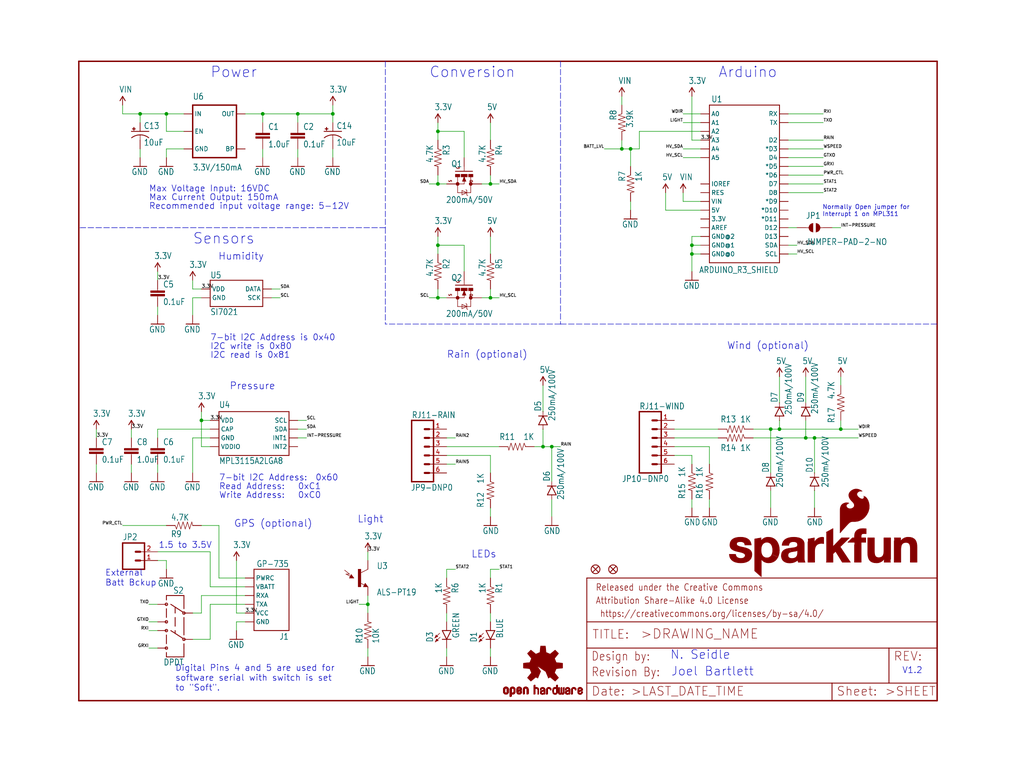
<source format=kicad_sch>
(kicad_sch (version 20211123) (generator eeschema)
  (paper "User" 297.002 223.926)
  (lib_symbols
    (symbol "eagleSchem-eagle-import:0.1UF-25V(+80{slash}-20%)(0603)"
      (property "Reference" "C" (at 1.524 2.921 0))
      (property "Value" "0.1UF-25V(+80{slash}-20%)(0603)" (at 1.524 -2.159 0))
      (symbol "0.1UF-25V(+80{slash}-20%)(0603)_1_0"
        (pin passive line (at 0 5.08 270) (length 2.54) (name "1") (number "1"))
        (pin passive line (at 0 -2.54 90) (length 2.54) (name "2") (number "2"))
      )
    )
    (symbol "eagleSchem-eagle-import:1.0UF-16V-10%(0603)"
      (property "Reference" "C" (at 1.524 2.921 0))
      (property "Value" "1.0UF-16V-10%(0603)" (at 1.524 -2.159 0))
      (symbol "1.0UF-16V-10%(0603)_1_0"
        (pin passive line (at 0 5.08 270) (length 2.54) (name "1") (number "1"))
        (pin passive line (at 0 -2.54 90) (length 2.54) (name "2") (number "2"))
      )
    )
    (symbol "eagleSchem-eagle-import:10KOHM-1{slash}10W-1%(0603)0603"
      (property "Reference" "R" (at -3.81 1.4986 0))
      (property "Value" "10KOHM-1{slash}10W-1%(0603)0603" (at -3.81 -3.302 0))
      (symbol "10KOHM-1{slash}10W-1%(0603)0603_1_0"
        (pin passive line (at -5.08 0 0) (length 2.54) (name "1") (number "1"))
        (pin passive line (at 5.08 0 180) (length 2.54) (name "2") (number "2"))
      )
    )
    (symbol "eagleSchem-eagle-import:10UF-16V-10%(TANT)"
      (property "Reference" "C" (at 1.016 0.635 0))
      (property "Value" "10UF-16V-10%(TANT)" (at 1.016 -4.191 0))
      (symbol "10UF-16V-10%(TANT)_1_0"
        (pin passive line (at 0 2.54 270) (length 2.54) (name "+") (number "A"))
        (pin passive line (at 0 -5.08 90) (length 2.54) (name "-") (number "C"))
      )
    )
    (symbol "eagleSchem-eagle-import:1KOHM-1{slash}10W-1%(0603)"
      (property "Reference" "R" (at -3.81 1.4986 0))
      (property "Value" "1KOHM-1{slash}10W-1%(0603)" (at -3.81 -3.302 0))
      (symbol "1KOHM-1{slash}10W-1%(0603)_1_0"
        (pin passive line (at -5.08 0 0) (length 2.54) (name "1") (number "1"))
        (pin passive line (at 5.08 0 180) (length 2.54) (name "2") (number "2"))
      )
    )
    (symbol "eagleSchem-eagle-import:3.3V" (power)
      (property "Value" "3.3V" (at -1.016 3.556 0))
      (symbol "3.3V_1_0"
        (pin power_in line (at 0 0 90) (length 2.54) (name "3.3V") (number "1"))
      )
    )
    (symbol "eagleSchem-eagle-import:3.9KOHM1{slash}10W1%(0603)"
      (property "Reference" "R" (at -3.81 1.4986 0))
      (property "Value" "3.9KOHM1{slash}10W1%(0603)" (at -3.81 -3.302 0))
      (symbol "3.9KOHM1{slash}10W1%(0603)_1_0"
        (pin passive line (at -5.08 0 0) (length 2.54) (name "1") (number "1"))
        (pin passive line (at 5.08 0 180) (length 2.54) (name "2") (number "2"))
      )
    )
    (symbol "eagleSchem-eagle-import:4.7KOHM-1{slash}10W-1%(0603)"
      (property "Reference" "R" (at -3.81 1.4986 0))
      (property "Value" "4.7KOHM-1{slash}10W-1%(0603)" (at -3.81 -3.302 0))
      (symbol "4.7KOHM-1{slash}10W-1%(0603)_1_0"
        (pin passive line (at -5.08 0 0) (length 2.54) (name "1") (number "1"))
        (pin passive line (at 5.08 0 180) (length 2.54) (name "2") (number "2"))
      )
    )
    (symbol "eagleSchem-eagle-import:5V" (power)
      (property "Value" "5V" (at -1.016 3.556 0))
      (symbol "5V_1_0"
        (pin power_in line (at 0 0 90) (length 2.54) (name "5V") (number "1"))
      )
    )
    (symbol "eagleSchem-eagle-import:ARDUINO_R3_SHIELD"
      (property "Reference" "J" (at -9.652 21.082 0))
      (property "Value" "ARDUINO_R3_SHIELD" (at -6.35 -27.94 0))
      (symbol "ARDUINO_R3_SHIELD_1_0"
        (pin bidirectional line (at -12.7 -12.7 0) (length 2.54) (name "3.3V") (number "3.3V"))
        (pin bidirectional line (at -12.7 -10.16 0) (length 2.54) (name "5V") (number "5V"))
        (pin bidirectional line (at -12.7 17.78 0) (length 2.54) (name "A0") (number "A0"))
        (pin bidirectional line (at -12.7 15.24 0) (length 2.54) (name "A1") (number "A1"))
        (pin bidirectional line (at -12.7 12.7 0) (length 2.54) (name "A2") (number "A2"))
        (pin bidirectional line (at -12.7 10.16 0) (length 2.54) (name "A3") (number "A3"))
        (pin bidirectional line (at -12.7 7.62 0) (length 2.54) (name "A4") (number "A4"))
        (pin bidirectional line (at -12.7 5.08 0) (length 2.54) (name "A5") (number "A5"))
        (pin bidirectional line (at -12.7 -15.24 0) (length 2.54) (name "AREF") (number "AREF"))
        (pin bidirectional line (at 12.7 -10.16 180) (length 2.54) (name "*D10") (number "D10"))
        (pin bidirectional line (at 12.7 -12.7 180) (length 2.54) (name "*D11") (number "D11"))
        (pin bidirectional line (at 12.7 -15.24 180) (length 2.54) (name "D12") (number "D12"))
        (pin bidirectional line (at 12.7 -17.78 180) (length 2.54) (name "D13") (number "D13"))
        (pin bidirectional line (at 12.7 10.16 180) (length 2.54) (name "D2") (number "D2"))
        (pin bidirectional line (at 12.7 7.62 180) (length 2.54) (name "*D3") (number "D3"))
        (pin bidirectional line (at 12.7 5.08 180) (length 2.54) (name "D4") (number "D4"))
        (pin bidirectional line (at 12.7 2.54 180) (length 2.54) (name "*D5") (number "D5"))
        (pin bidirectional line (at 12.7 0 180) (length 2.54) (name "*D6") (number "D6"))
        (pin bidirectional line (at 12.7 -2.54 180) (length 2.54) (name "D7") (number "D7"))
        (pin bidirectional line (at 12.7 -5.08 180) (length 2.54) (name "D8") (number "D8"))
        (pin bidirectional line (at 12.7 -7.62 180) (length 2.54) (name "*D9") (number "D9"))
        (pin bidirectional line (at -12.7 -22.86 0) (length 2.54) (name "GND@0") (number "GND@0"))
        (pin bidirectional line (at -12.7 -20.32 0) (length 2.54) (name "GND@1") (number "GND@1"))
        (pin bidirectional line (at -12.7 -17.78 0) (length 2.54) (name "GND@2") (number "GND@2"))
        (pin bidirectional line (at -12.7 -2.54 0) (length 2.54) (name "IOREF") (number "IOREF"))
        (pin bidirectional line (at -12.7 -5.08 0) (length 2.54) (name "RES") (number "RES"))
        (pin bidirectional line (at 12.7 17.78 180) (length 2.54) (name "RX") (number "RX"))
        (pin bidirectional line (at 12.7 -22.86 180) (length 2.54) (name "SCL") (number "SCL"))
        (pin bidirectional line (at 12.7 -20.32 180) (length 2.54) (name "SDA") (number "SDA"))
        (pin bidirectional line (at 12.7 15.24 180) (length 2.54) (name "TX") (number "TX"))
        (pin bidirectional line (at -12.7 -7.62 0) (length 2.54) (name "VIN") (number "VIN"))
      )
    )
    (symbol "eagleSchem-eagle-import:DIODEBAS16"
      (property "Reference" "D" (at 2.54 0.4826 0))
      (property "Value" "DIODEBAS16" (at 2.54 -2.3114 0))
      (symbol "DIODEBAS16_1_0"
        (pin passive line (at -2.54 0 0) (length 0) (name "A") (number "A"))
        (pin passive line (at 2.54 0 180) (length 0) (name "C") (number "C"))
      )
    )
    (symbol "eagleSchem-eagle-import:FIDUCIAL1X2")
    (symbol "eagleSchem-eagle-import:FRAME-LETTER"
      (symbol "FRAME-LETTER_2_0"
        (text " https://creativecommons.org/licenses/by-sa/4.0/" (at 2.54 24.13 0) (effects (font (size 1.9304 1.6408)) (justify left bottom)))
        (text ">DRAWING_NAME" (at 15.494 17.78 0) (effects (font (size 2.7432 2.7432)) (justify left bottom)))
        (text ">LAST_DATE_TIME" (at 12.7 1.27 0) (effects (font (size 2.54 2.54)) (justify left bottom)))
        (text ">SHEET" (at 86.36 1.27 0) (effects (font (size 2.54 2.54)) (justify left bottom)))
        (text "Attribution Share-Alike 4.0 License" (at 2.54 27.94 0) (effects (font (size 1.9304 1.6408)) (justify left bottom)))
        (text "Date:" (at 1.27 1.27 0) (effects (font (size 2.54 2.54)) (justify left bottom)))
        (text "Design by:" (at 1.27 11.43 0) (effects (font (size 2.54 2.159)) (justify left bottom)))
        (text "Released under the Creative Commons" (at 2.54 31.75 0) (effects (font (size 1.9304 1.6408)) (justify left bottom)))
        (text "REV:" (at 88.9 11.43 0) (effects (font (size 2.54 2.54)) (justify left bottom)))
        (text "Sheet:" (at 72.39 1.27 0) (effects (font (size 2.54 2.54)) (justify left bottom)))
        (text "TITLE:" (at 1.524 17.78 0) (effects (font (size 2.54 2.54)) (justify left bottom)))
      )
    )
    (symbol "eagleSchem-eagle-import:GND" (power)
      (property "Value" "GND" (at -2.54 -2.54 0))
      (symbol "GND_1_0"
        (pin power_in line (at 0 2.54 270) (length 2.54) (name "GND") (number "1"))
      )
    )
    (symbol "eagleSchem-eagle-import:GP-635TSMD"
      (property "Reference" "J" (at -5.08 8.382 0))
      (property "Value" "GP-635TSMD" (at -5.08 -12.7 0))
      (symbol "GP-635TSMD_1_0"
        (pin power_in line (at 7.62 5.08 180) (length 2.54) (name "GND") (number "1"))
        (pin power_in line (at 7.62 2.54 180) (length 2.54) (name "VCC") (number "2"))
        (pin output line (at 7.62 0 180) (length 2.54) (name "TXA") (number "3"))
        (pin input line (at 7.62 -2.54 180) (length 2.54) (name "RXA") (number "4"))
        (pin power_in line (at 7.62 -5.08 180) (length 2.54) (name "VBATT") (number "5"))
        (pin input line (at 7.62 -7.62 180) (length 2.54) (name "PWRC") (number "6"))
      )
    )
    (symbol "eagleSchem-eagle-import:JUMPER-PAD-2-NO"
      (property "Reference" "JP" (at -2.54 2.54 0))
      (property "Value" "JUMPER-PAD-2-NO" (at -2.54 -5.08 0))
      (symbol "JUMPER-PAD-2-NO_1_0"
        (pin passive line (at -5.08 0 0) (length 2.54) (name "1") (number "1"))
        (pin passive line (at 5.08 0 180) (length 2.54) (name "2") (number "2"))
      )
    )
    (symbol "eagleSchem-eagle-import:LED-BLUE0603"
      (property "Reference" "D" (at 3.556 -4.572 90))
      (property "Value" "LED-BLUE0603" (at 5.715 -4.572 90))
      (symbol "LED-BLUE0603_1_0"
        (pin passive line (at 0 2.54 270) (length 2.54) (name "A") (number "A"))
        (pin passive line (at 0 -5.08 90) (length 2.54) (name "C") (number "C"))
      )
    )
    (symbol "eagleSchem-eagle-import:LED-GREEN0603"
      (property "Reference" "D" (at 3.556 -4.572 90))
      (property "Value" "LED-GREEN0603" (at 5.715 -4.572 90))
      (symbol "LED-GREEN0603_1_0"
        (pin passive line (at 0 2.54 270) (length 2.54) (name "A") (number "A"))
        (pin passive line (at 0 -5.08 90) (length 2.54) (name "C") (number "C"))
      )
    )
    (symbol "eagleSchem-eagle-import:LIGHTSENSORALS"
      (property "Reference" "U" (at 5.08 2.54 0))
      (property "Value" "LIGHTSENSORALS" (at 5.08 -5.08 0))
      (symbol "LIGHTSENSORALS_1_0"
        (pin passive line (at 2.54 5.08 270) (length 2.54) (name "C1") (number "C"))
        (pin passive line (at 2.54 -5.08 90) (length 2.54) (name "E1") (number "E"))
      )
    )
    (symbol "eagleSchem-eagle-import:M02PTH"
      (property "Reference" "J" (at -2.54 5.842 0))
      (property "Value" "M02PTH" (at -2.54 -5.08 0))
      (symbol "M02PTH_1_0"
        (pin passive line (at 7.62 0 180) (length 5.08) (name "1") (number "1"))
        (pin passive line (at 7.62 2.54 180) (length 5.08) (name "2") (number "2"))
      )
    )
    (symbol "eagleSchem-eagle-import:MOSFET-NCHANNELBSS138"
      (property "Reference" "Q" (at 5.08 2.54 0))
      (property "Value" "MOSFET-NCHANNELBSS138" (at 5.08 0 0))
      (symbol "MOSFET-NCHANNELBSS138_1_0"
        (text "D" (at -1.27 2.54 0) (effects (font (size 0.8128 0.6908)) (justify left bottom)))
        (text "G" (at -5.08 -1.27 0) (effects (font (size 0.8128 0.6908)) (justify left bottom)))
        (text "S" (at -1.27 -3.556 0) (effects (font (size 0.8128 0.6908)) (justify left bottom)))
        (pin passive line (at -7.62 0 0) (length 2.54) (name "G") (number "1"))
        (pin passive line (at 0 -5.08 90) (length 2.54) (name "S") (number "2"))
        (pin passive line (at 0 5.08 270) (length 2.54) (name "D") (number "3"))
      )
    )
    (symbol "eagleSchem-eagle-import:MPL3115A2LGA8"
      (property "Reference" "U" (at -10.16 5.08 0))
      (property "Value" "MPL3115A2LGA8" (at -10.16 -10.16 0))
      (symbol "MPL3115A2LGA8_1_0"
        (pin power_in line (at -12.7 2.54 0) (length 2.54) (name "VDD") (number "1"))
        (pin power_in line (at -12.7 0 0) (length 2.54) (name "CAP") (number "2"))
        (pin power_in line (at -12.7 -2.54 0) (length 2.54) (name "GND") (number "3"))
        (pin power_in line (at -12.7 -5.08 0) (length 2.54) (name "VDDIO") (number "4"))
        (pin output line (at 12.7 -5.08 180) (length 2.54) (name "INT2") (number "5"))
        (pin output line (at 12.7 -2.54 180) (length 2.54) (name "INT1") (number "6"))
        (pin bidirectional line (at 12.7 0 180) (length 2.54) (name "SDA") (number "7"))
        (pin bidirectional line (at 12.7 2.54 180) (length 2.54) (name "SCL") (number "8"))
      )
    )
    (symbol "eagleSchem-eagle-import:OSHW-LOGOM")
    (symbol "eagleSchem-eagle-import:REVISION"
      (symbol "REVISION_1_0"
        (text "Revision By: " (at 0 0 0) (effects (font (size 2.54 2.159)) (justify left bottom)))
      )
    )
    (symbol "eagleSchem-eagle-import:RJ11-6PTH"
      (property "Reference" "J" (at -5.08 10.922 0))
      (property "Value" "RJ11-6PTH" (at -5.08 -10.16 0))
      (symbol "RJ11-6PTH_1_0"
        (pin passive line (at 5.08 -5.08 180) (length 5.08) (name "1") (number "1"))
        (pin passive line (at 5.08 -2.54 180) (length 5.08) (name "2") (number "2"))
        (pin passive line (at 5.08 0 180) (length 5.08) (name "3") (number "3"))
        (pin passive line (at 5.08 2.54 180) (length 5.08) (name "4") (number "4"))
        (pin passive line (at 5.08 5.08 180) (length 5.08) (name "5") (number "5"))
        (pin passive line (at 5.08 7.62 180) (length 5.08) (name "6") (number "6"))
      )
    )
    (symbol "eagleSchem-eagle-import:SFE_LOGO_NAME_FLAME.1_INCH")
    (symbol "eagleSchem-eagle-import:SI7021"
      (property "Value" "SI7021" (at -7.62 -5.08 0))
      (symbol "SI7021_1_0"
        (pin bidirectional line (at 10.16 2.54 180) (length 2.54) (name "DATA") (number "DATA"))
        (pin power_in line (at -10.16 0 0) (length 2.54) (name "GND") (number "GND"))
        (pin input line (at 10.16 0 180) (length 2.54) (name "SCK") (number "SCK"))
        (pin power_in line (at -10.16 2.54 0) (length 2.54) (name "VDD") (number "VDD"))
      )
    )
    (symbol "eagleSchem-eagle-import:SWITCH-DPDTAYZ0202"
      (property "Reference" "S" (at -2.54 8.128 0))
      (property "Value" "SWITCH-DPDTAYZ0202" (at -2.54 -12.7 0))
      (symbol "SWITCH-DPDTAYZ0202_1_0"
        (pin bidirectional line (at 5.08 5.08 180) (length 2.54) (name "1") (number "1"))
        (pin bidirectional line (at -5.08 2.54 0) (length 2.54) (name "2") (number "2"))
        (pin bidirectional line (at 5.08 0 180) (length 2.54) (name "3") (number "3"))
        (pin bidirectional line (at 5.08 -2.54 180) (length 2.54) (name "4") (number "4"))
        (pin bidirectional line (at -5.08 -5.08 0) (length 2.54) (name "5") (number "5"))
        (pin bidirectional line (at 5.08 -7.62 180) (length 2.54) (name "6") (number "6"))
      )
    )
    (symbol "eagleSchem-eagle-import:VCC" (power)
      (property "Value" "VCC" (at -1.016 3.556 0))
      (symbol "VCC_1_0"
        (pin power_in line (at 0 0 90) (length 2.54) (name "VCC") (number "1"))
      )
    )
    (symbol "eagleSchem-eagle-import:VIN" (power)
      (property "Value" "VIN" (at -1.016 3.556 0))
      (symbol "VIN_1_0"
        (pin power_in line (at 0 0 90) (length 2.54) (name "VIN") (number "1"))
      )
    )
    (symbol "eagleSchem-eagle-import:V_REG_MIC52053.3V"
      (property "Reference" "U" (at -7.62 9.144 0))
      (property "Value" "V_REG_MIC52053.3V" (at -7.62 -11.43 0))
      (symbol "V_REG_MIC52053.3V_1_0"
        (pin input line (at -10.16 5.08 0) (length 2.54) (name "IN") (number "1"))
        (pin input line (at -10.16 -5.08 0) (length 2.54) (name "GND") (number "2"))
        (pin input line (at -10.16 0 0) (length 2.54) (name "EN") (number "3"))
        (pin input line (at 7.62 -5.08 180) (length 2.54) (name "BP") (number "4"))
        (pin passive line (at 7.62 5.08 180) (length 2.54) (name "OUT") (number "5"))
      )
    )
  )
  (junction (at 40.64 33.02))
  (junction (at 96.52 33.02))
  (junction (at 106.68 175.26))
  (junction (at 233.68 127))
  (junction (at 76.2 33.02))
  (junction (at 86.36 33.02))
  (junction (at 180.34 43.18))
  (junction (at 142.24 53.34))
  (junction (at 200.66 71.12))
  (junction (at 182.88 43.18))
  (junction (at 48.26 33.02))
  (junction (at 236.22 127))
  (junction (at 226.06 124.46))
  (junction (at 223.52 124.46))
  (junction (at 127 38.1))
  (junction (at 157.48 129.54))
  (junction (at 243.84 124.46))
  (junction (at 58.42 121.92))
  (junction (at 127 71.12))
  (junction (at 200.66 73.66))
  (junction (at 127 53.34))
  (junction (at 142.24 86.36))
  (junction (at 127 86.36))
  (junction (at 160.02 129.54))
  (wire (pts (xy 139.7 53.34) (xy 142.24 53.34)))
  (wire (pts (xy 160.02 139.7) (xy 160.02 129.54)))
  (wire (pts (xy 129.54 190.5) (xy 129.54 187.96)))
  (wire (pts (xy 58.42 172.72) (xy 71.12 172.72)))
  (wire (pts (xy 129.54 127) (xy 132.08 127)))
  (wire (pts (xy 60.96 175.26) (xy 71.12 175.26)))
  (wire (pts (xy 48.26 38.1) (xy 48.26 33.02)))
  (wire (pts (xy 132.08 165.1) (xy 129.54 165.1)))
  (wire (pts (xy 231.14 66.04) (xy 228.6 66.04)))
  (wire (pts (xy 226.06 121.92) (xy 226.06 124.46)))
  (wire (pts (xy 60.96 129.54) (xy 58.42 129.54)))
  (wire (pts (xy 228.6 45.72) (xy 238.76 45.72)))
  (wire (pts (xy 134.62 71.12) (xy 127 71.12)))
  (wire (pts (xy 58.42 121.92) (xy 58.42 119.38)))
  (wire (pts (xy 233.68 127) (xy 236.22 127)))
  (wire (pts (xy 53.34 43.18) (xy 48.26 43.18)))
  (wire (pts (xy 71.12 167.64) (xy 63.5 167.64)))
  (wire (pts (xy 226.06 116.84) (xy 226.06 109.22)))
  (wire (pts (xy 243.84 109.22) (xy 243.84 111.76)))
  (wire (pts (xy 228.6 43.18) (xy 238.76 43.18)))
  (wire (pts (xy 127 86.36) (xy 124.46 86.36)))
  (wire (pts (xy 60.96 170.18) (xy 71.12 170.18)))
  (wire (pts (xy 27.94 127) (xy 27.94 124.46)))
  (wire (pts (xy 142.24 50.8) (xy 142.24 53.34)))
  (wire (pts (xy 203.2 38.1) (xy 185.42 38.1)))
  (wire (pts (xy 182.88 43.18) (xy 180.34 43.18)))
  (wire (pts (xy 203.2 68.58) (xy 200.66 68.58)))
  (wire (pts (xy 142.24 53.34) (xy 144.78 53.34)))
  (wire (pts (xy 157.48 129.54) (xy 157.48 124.46)))
  (wire (pts (xy 203.2 60.96) (xy 193.04 60.96)))
  (wire (pts (xy 129.54 177.8) (xy 129.54 180.34)))
  (wire (pts (xy 129.54 165.1) (xy 129.54 167.64)))
  (wire (pts (xy 203.2 58.42) (xy 198.12 58.42)))
  (wire (pts (xy 58.42 83.82) (xy 55.88 83.82)))
  (wire (pts (xy 243.84 121.92) (xy 243.84 124.46)))
  (wire (pts (xy 129.54 134.62) (xy 132.08 134.62)))
  (polyline (pts (xy 162.56 93.98) (xy 271.78 93.98)))
  (wire (pts (xy 228.6 33.02) (xy 238.76 33.02)))
  (wire (pts (xy 55.88 127) (xy 55.88 137.16)))
  (wire (pts (xy 185.42 38.1) (xy 185.42 43.18)))
  (wire (pts (xy 106.68 177.8) (xy 106.68 175.26)))
  (wire (pts (xy 86.36 45.72) (xy 86.36 43.18)))
  (wire (pts (xy 228.6 71.12) (xy 231.14 71.12)))
  (wire (pts (xy 71.12 177.8) (xy 68.58 177.8)))
  (wire (pts (xy 127 73.66) (xy 127 71.12)))
  (wire (pts (xy 86.36 127) (xy 88.9 127)))
  (wire (pts (xy 106.68 172.72) (xy 106.68 175.26)))
  (wire (pts (xy 200.66 73.66) (xy 200.66 78.74)))
  (wire (pts (xy 200.66 68.58) (xy 200.66 71.12)))
  (wire (pts (xy 127 71.12) (xy 127 68.58)))
  (wire (pts (xy 53.34 38.1) (xy 48.26 38.1)))
  (wire (pts (xy 182.88 48.26) (xy 182.88 43.18)))
  (wire (pts (xy 200.66 71.12) (xy 200.66 73.66)))
  (wire (pts (xy 53.34 33.02) (xy 48.26 33.02)))
  (wire (pts (xy 228.6 73.66) (xy 231.14 73.66)))
  (wire (pts (xy 218.44 127) (xy 233.68 127)))
  (wire (pts (xy 45.72 91.44) (xy 45.72 88.9)))
  (wire (pts (xy 195.58 132.08) (xy 200.66 132.08)))
  (polyline (pts (xy 162.56 93.98) (xy 111.76 93.98)))
  (wire (pts (xy 154.94 129.54) (xy 157.48 129.54)))
  (wire (pts (xy 195.58 127) (xy 208.28 127)))
  (wire (pts (xy 60.96 124.46) (xy 45.72 124.46)))
  (wire (pts (xy 58.42 172.72) (xy 58.42 177.8)))
  (wire (pts (xy 40.64 45.72) (xy 40.64 43.18)))
  (wire (pts (xy 35.56 33.02) (xy 35.56 30.48)))
  (wire (pts (xy 233.68 109.22) (xy 233.68 116.84)))
  (wire (pts (xy 106.68 160.02) (xy 106.68 162.56)))
  (wire (pts (xy 144.78 129.54) (xy 129.54 129.54)))
  (wire (pts (xy 139.7 86.36) (xy 142.24 86.36)))
  (wire (pts (xy 68.58 180.34) (xy 68.58 182.88)))
  (wire (pts (xy 142.24 187.96) (xy 142.24 190.5)))
  (wire (pts (xy 180.34 43.18) (xy 180.34 40.64)))
  (wire (pts (xy 86.36 33.02) (xy 96.52 33.02)))
  (wire (pts (xy 233.68 121.92) (xy 233.68 127)))
  (wire (pts (xy 223.52 137.16) (xy 223.52 124.46)))
  (polyline (pts (xy 111.76 66.04) (xy 22.86 66.04)))
  (wire (pts (xy 144.78 165.1) (xy 142.24 165.1)))
  (wire (pts (xy 40.64 35.56) (xy 40.64 33.02)))
  (wire (pts (xy 175.26 43.18) (xy 180.34 43.18)))
  (wire (pts (xy 142.24 137.16) (xy 142.24 132.08)))
  (wire (pts (xy 236.22 137.16) (xy 236.22 127)))
  (wire (pts (xy 96.52 33.02) (xy 96.52 35.56)))
  (wire (pts (xy 68.58 177.8) (xy 68.58 162.56)))
  (polyline (pts (xy 111.76 17.78) (xy 111.76 66.04)))
  (wire (pts (xy 223.52 124.46) (xy 226.06 124.46)))
  (wire (pts (xy 60.96 170.18) (xy 60.96 160.02)))
  (wire (pts (xy 241.3 66.04) (xy 243.84 66.04)))
  (wire (pts (xy 127 38.1) (xy 127 35.56)))
  (wire (pts (xy 134.62 78.74) (xy 134.62 71.12)))
  (wire (pts (xy 58.42 86.36) (xy 55.88 86.36)))
  (wire (pts (xy 96.52 43.18) (xy 96.52 45.72)))
  (wire (pts (xy 218.44 124.46) (xy 223.52 124.46)))
  (wire (pts (xy 203.2 33.02) (xy 198.12 33.02)))
  (wire (pts (xy 127 50.8) (xy 127 53.34)))
  (wire (pts (xy 60.96 185.42) (xy 55.88 185.42)))
  (wire (pts (xy 185.42 43.18) (xy 182.88 43.18)))
  (wire (pts (xy 205.74 147.32) (xy 205.74 144.78)))
  (wire (pts (xy 203.2 35.56) (xy 198.12 35.56)))
  (wire (pts (xy 193.04 60.96) (xy 193.04 55.88)))
  (wire (pts (xy 96.52 33.02) (xy 96.52 30.48)))
  (wire (pts (xy 236.22 127) (xy 248.92 127)))
  (wire (pts (xy 45.72 81.28) (xy 45.72 78.74)))
  (wire (pts (xy 58.42 129.54) (xy 58.42 121.92)))
  (wire (pts (xy 48.26 162.56) (xy 48.26 165.1)))
  (polyline (pts (xy 162.56 17.78) (xy 162.56 93.98)))
  (wire (pts (xy 58.42 177.8) (xy 55.88 177.8)))
  (wire (pts (xy 106.68 175.26) (xy 104.14 175.26)))
  (wire (pts (xy 38.1 137.16) (xy 38.1 134.62)))
  (wire (pts (xy 142.24 86.36) (xy 144.78 86.36)))
  (wire (pts (xy 45.72 182.88) (xy 43.18 182.88)))
  (wire (pts (xy 198.12 43.18) (xy 203.2 43.18)))
  (wire (pts (xy 236.22 147.32) (xy 236.22 142.24)))
  (wire (pts (xy 223.52 147.32) (xy 223.52 142.24)))
  (wire (pts (xy 71.12 180.34) (xy 68.58 180.34)))
  (wire (pts (xy 48.26 33.02) (xy 40.64 33.02)))
  (wire (pts (xy 76.2 33.02) (xy 76.2 35.56)))
  (wire (pts (xy 203.2 73.66) (xy 200.66 73.66)))
  (wire (pts (xy 228.6 53.34) (xy 238.76 53.34)))
  (wire (pts (xy 45.72 162.56) (xy 48.26 162.56)))
  (wire (pts (xy 88.9 121.92) (xy 86.36 121.92)))
  (wire (pts (xy 27.94 137.16) (xy 27.94 134.62)))
  (wire (pts (xy 142.24 180.34) (xy 142.24 177.8)))
  (wire (pts (xy 203.2 40.64) (xy 200.66 40.64)))
  (wire (pts (xy 76.2 33.02) (xy 86.36 33.02)))
  (wire (pts (xy 195.58 129.54) (xy 205.74 129.54)))
  (wire (pts (xy 60.96 175.26) (xy 60.96 185.42)))
  (wire (pts (xy 142.24 165.1) (xy 142.24 167.64)))
  (wire (pts (xy 200.66 147.32) (xy 200.66 144.78)))
  (wire (pts (xy 200.66 40.64) (xy 200.66 27.94)))
  (wire (pts (xy 60.96 160.02) (xy 45.72 160.02)))
  (wire (pts (xy 86.36 33.02) (xy 86.36 35.56)))
  (wire (pts (xy 228.6 48.26) (xy 238.76 48.26)))
  (wire (pts (xy 71.12 33.02) (xy 76.2 33.02)))
  (wire (pts (xy 45.72 187.96) (xy 43.18 187.96)))
  (wire (pts (xy 63.5 152.4) (xy 58.42 152.4)))
  (wire (pts (xy 78.74 83.82) (xy 81.28 83.82)))
  (wire (pts (xy 55.88 86.36) (xy 55.88 91.44)))
  (wire (pts (xy 198.12 55.88) (xy 198.12 58.42)))
  (wire (pts (xy 142.24 40.64) (xy 142.24 35.56)))
  (wire (pts (xy 160.02 129.54) (xy 162.56 129.54)))
  (wire (pts (xy 60.96 121.92) (xy 58.42 121.92)))
  (wire (pts (xy 45.72 175.26) (xy 43.18 175.26)))
  (wire (pts (xy 129.54 86.36) (xy 127 86.36)))
  (wire (pts (xy 243.84 124.46) (xy 248.92 124.46)))
  (wire (pts (xy 127 40.64) (xy 127 38.1)))
  (wire (pts (xy 142.24 149.86) (xy 142.24 147.32)))
  (wire (pts (xy 48.26 43.18) (xy 48.26 45.72)))
  (wire (pts (xy 45.72 134.62) (xy 45.72 137.16)))
  (wire (pts (xy 203.2 71.12) (xy 200.66 71.12)))
  (wire (pts (xy 129.54 132.08) (xy 142.24 132.08)))
  (wire (pts (xy 142.24 73.66) (xy 142.24 68.58)))
  (wire (pts (xy 38.1 124.46) (xy 38.1 127)))
  (wire (pts (xy 182.88 60.96) (xy 182.88 58.42)))
  (wire (pts (xy 208.28 124.46) (xy 195.58 124.46)))
  (wire (pts (xy 106.68 190.5) (xy 106.68 187.96)))
  (wire (pts (xy 134.62 45.72) (xy 134.62 38.1)))
  (wire (pts (xy 63.5 167.64) (xy 63.5 152.4)))
  (wire (pts (xy 160.02 149.86) (xy 160.02 144.78)))
  (wire (pts (xy 228.6 40.64) (xy 238.76 40.64)))
  (wire (pts (xy 48.26 152.4) (xy 35.56 152.4)))
  (wire (pts (xy 78.74 86.36) (xy 81.28 86.36)))
  (wire (pts (xy 205.74 134.62) (xy 205.74 129.54)))
  (wire (pts (xy 55.88 81.28) (xy 55.88 83.82)))
  (wire (pts (xy 142.24 83.82) (xy 142.24 86.36)))
  (wire (pts (xy 228.6 50.8) (xy 238.76 50.8)))
  (wire (pts (xy 127 53.34) (xy 124.46 53.34)))
  (polyline (pts (xy 111.76 66.04) (xy 111.76 93.98)))
  (wire (pts (xy 134.62 38.1) (xy 127 38.1)))
  (wire (pts (xy 60.96 127) (xy 55.88 127)))
  (wire (pts (xy 180.34 30.48) (xy 180.34 27.94)))
  (wire (pts (xy 226.06 124.46) (xy 243.84 124.46)))
  (wire (pts (xy 228.6 35.56) (xy 238.76 35.56)))
  (wire (pts (xy 88.9 124.46) (xy 86.36 124.46)))
  (wire (pts (xy 40.64 33.02) (xy 35.56 33.02)))
  (wire (pts (xy 76.2 45.72) (xy 76.2 43.18)))
  (wire (pts (xy 129.54 53.34) (xy 127 53.34)))
  (wire (pts (xy 45.72 180.34) (xy 43.18 180.34)))
  (wire (pts (xy 45.72 124.46) (xy 45.72 127)))
  (wire (pts (xy 228.6 55.88) (xy 238.76 55.88)))
  (wire (pts (xy 127 83.82) (xy 127 86.36)))
  (wire (pts (xy 157.48 119.38) (xy 157.48 111.76)))
  (wire (pts (xy 157.48 129.54) (xy 160.02 129.54)))
  (wire (pts (xy 200.66 134.62) (xy 200.66 132.08)))
  (wire (pts (xy 198.12 45.72) (xy 203.2 45.72)))
  (text "Conversion" (at 124.46 22.86 180) (effects (font (size 3.048 3.048)) (justify left bottom)))
  (text "I2C write is 0x80" (at 60.96 101.6 180) (effects (font (size 1.778 1.778)) (justify left bottom)))
  (text "Wind (optional)" (at 210.82 101.6 180) (effects (font (size 2.032 2.032)) (justify left bottom)))
  (text "N. Seidle" (at 194.31 191.516 180) (effects (font (size 2.54 2.54)) (justify left bottom)))
  (text "V1.2" (at 261.62 195.58 180) (effects (font (size 1.778 1.778)) (justify left bottom)))
  (text "Max Current Output: 150mA" (at 43.18 58.42 180) (effects (font (size 1.778 1.778)) (justify left bottom)))
  (text "7-bit I2C Address is 0x40" (at 60.96 99.06 180) (effects (font (size 1.778 1.778)) (justify left bottom)))
  (text "Arduino" (at 208.28 22.86 180) (effects (font (size 3.048 3.048)) (justify left bottom)))
  (text "0x60" (at 91.44 139.7 180) (effects (font (size 1.778 1.778)) (justify left bottom)))
  (text "Recommended input voltage range: 5-12V" (at 43.18 60.96 180) (effects (font (size 1.778 1.778)) (justify left bottom)))
  (text "Normally Open jumper for\nInterrupt 1 on MPL311" (at 238.506 62.992 180) (effects (font (size 1.27 1.27)) (justify left bottom)))
  (text "Read Address:" (at 63.5 142.24 180) (effects (font (size 1.778 1.778)) (justify left bottom)))
  (text "Write Address:" (at 63.5 144.78 180) (effects (font (size 1.778 1.778)) (justify left bottom)))
  (text "GPS (optional)" (at 67.818 153.162 180) (effects (font (size 2.032 2.032)) (justify left bottom)))
  (text "External\nBatt Bckup" (at 30.48 170.18 180) (effects (font (size 1.778 1.778)) (justify left bottom)))
  (text "0xC1" (at 86.36 142.24 180) (effects (font (size 1.778 1.778)) (justify left bottom)))
  (text "Digital Pins 4 and 5 are used for\nsoftware serial with switch is set\nto \"Soft\"." (at 50.8 200.66 0) (effects (font (size 1.778 1.778)) (justify left bottom)))
  (text "Pressure" (at 66.548 113.284 180) (effects (font (size 2.032 2.032)) (justify left bottom)))
  (text "Power" (at 60.96 22.86 180) (effects (font (size 3.048 3.048)) (justify left bottom)))
  (text "1.5 to 3.5V" (at 45.974 159.258 180) (effects (font (size 1.778 1.778)) (justify left bottom)))
  (text "Light" (at 103.632 151.892 180) (effects (font (size 2.032 2.032)) (justify left bottom)))
  (text "Humidity" (at 63.246 75.692 180) (effects (font (size 2.032 2.032)) (justify left bottom)))
  (text "LEDs" (at 136.652 162.052 180) (effects (font (size 2.032 2.032)) (justify left bottom)))
  (text "Joel Bartlett" (at 194.564 196.342 180) (effects (font (size 2.54 2.54)) (justify left bottom)))
  (text "Sensors" (at 55.88 71.12 180) (effects (font (size 3.048 3.048)) (justify left bottom)))
  (text "Max Voltage Input: 16VDC" (at 43.18 55.88 180) (effects (font (size 1.778 1.778)) (justify left bottom)))
  (text "I2C read is 0x81" (at 60.96 104.14 180) (effects (font (size 1.778 1.778)) (justify left bottom)))
  (text "7-bit I2C Address:" (at 63.5 139.7 180) (effects (font (size 1.778 1.778)) (justify left bottom)))
  (text "0xC0" (at 86.36 144.78 180) (effects (font (size 1.778 1.778)) (justify left bottom)))
  (text "Rain (optional)" (at 129.54 104.14 180) (effects (font (size 2.032 2.032)) (justify left bottom)))
  (label "GRXI" (at 238.76 48.26 0) (effects (font (size 0.889 0.889))))
  (label "TXO" (at 238.76 35.56 0) (effects (font (size 0.889 0.889))))
  (label "RXI" (at 43.18 182.88 180) (effects (font (size 0.889 0.889))))
  (label "HV_SCL" (at 144.78 86.36 0) (effects (font (size 0.889 0.889))))
  (label "TXO" (at 43.18 175.26 180) (effects (font (size 0.889 0.889))))
  (label "INT-PRESSURE" (at 243.84 66.04 0) (effects (font (size 0.889 0.889))))
  (label "INT-PRESSURE" (at 88.9 127 0) (effects (font (size 0.889 0.889))))
  (label "SDA" (at 88.9 124.46 0) (effects (font (size 0.889 0.889))))
  (label "3.3V" (at 45.72 81.28 0) (effects (font (size 1.016 1.016))))
  (label "STAT1" (at 238.76 53.34 0) (effects (font (size 0.889 0.889))))
  (label "3.3V" (at 27.94 127 0) (effects (font (size 1.016 1.016))))
  (label "HV_SCL" (at 231.14 73.66 0) (effects (font (size 0.889 0.889))))
  (label "GTXO" (at 238.76 45.72 0) (effects (font (size 0.889 0.889))))
  (label "3.3V" (at 58.42 83.82 0) (effects (font (size 1.016 1.016))))
  (label "3.3V" (at 60.96 121.92 0) (effects (font (size 1.016 1.016))))
  (label "HV_SDA" (at 231.14 71.12 0) (effects (font (size 0.889 0.889))))
  (label "WSPEED" (at 248.92 127 0) (effects (font (size 0.889 0.889))))
  (label "WDIR" (at 198.12 33.02 180) (effects (font (size 0.889 0.889))))
  (label "SCL" (at 124.46 86.36 180) (effects (font (size 0.889 0.889))))
  (label "3.3V" (at 106.68 160.02 0) (effects (font (size 1.016 1.016))))
  (label "SCL" (at 81.28 86.36 0) (effects (font (size 0.889 0.889))))
  (label "GRXI" (at 43.18 187.96 180) (effects (font (size 0.889 0.889))))
  (label "PWR_CTL" (at 35.56 152.4 180) (effects (font (size 0.889 0.889))))
  (label "WSPEED" (at 238.76 43.18 0) (effects (font (size 0.889 0.889))))
  (label "STAT1" (at 144.78 165.1 0) (effects (font (size 0.889 0.889))))
  (label "HV_SCL" (at 198.12 45.72 180) (effects (font (size 0.889 0.889))))
  (label "SDA" (at 124.46 53.34 180) (effects (font (size 0.889 0.889))))
  (label "RAIN5" (at 132.08 134.62 0) (effects (font (size 0.889 0.889))))
  (label "HV_SDA" (at 144.78 53.34 0) (effects (font (size 0.889 0.889))))
  (label "LIGHT" (at 198.12 35.56 180) (effects (font (size 0.889 0.889))))
  (label "3.3V" (at 38.1 124.46 0) (effects (font (size 1.016 1.016))))
  (label "SDA" (at 81.28 83.82 0) (effects (font (size 0.889 0.889))))
  (label "STAT2" (at 132.08 165.1 0) (effects (font (size 0.889 0.889))))
  (label "RAIN2" (at 132.08 127 0) (effects (font (size 0.889 0.889))))
  (label "HV_SDA" (at 198.12 43.18 180) (effects (font (size 0.889 0.889))))
  (label "STAT2" (at 238.76 55.88 0) (effects (font (size 0.889 0.889))))
  (label "3.3V" (at 71.12 177.8 0) (effects (font (size 1.016 1.016))))
  (label "GTXO" (at 43.18 180.34 180) (effects (font (size 0.889 0.889))))
  (label "LIGHT" (at 104.14 175.26 180) (effects (font (size 0.889 0.889))))
  (label "SCL" (at 88.9 121.92 0) (effects (font (size 0.889 0.889))))
  (label "3.3V" (at 203.2 40.64 0) (effects (font (size 1.016 1.016))))
  (label "BATT_LVL" (at 175.26 43.18 180) (effects (font (size 0.889 0.889))))
  (label "PWR_CTL" (at 238.76 50.8 0) (effects (font (size 0.889 0.889))))
  (label "RAIN" (at 162.56 129.54 0) (effects (font (size 0.889 0.889))))
  (label "RAIN" (at 238.76 40.64 0) (effects (font (size 0.889 0.889))))
  (label "WDIR" (at 248.92 124.46 0) (effects (font (size 0.889 0.889))))
  (label "RXI" (at 238.76 33.02 0) (effects (font (size 0.889 0.889))))
  (symbol (lib_id "eagleSchem-eagle-import:V_REG_MIC52053.3V") (at 63.5 38.1 0) (unit 1)
    (property "Reference" "U6" (at 55.88 28.956 0) (effects (font (size 1.778 1.5113)) (justify left bottom)))
    (property "Value" "3.3V/150mA" (at 55.88 49.53 0) (effects (font (size 1.778 1.5113)) (justify left bottom)))
    (property "Footprint" "eagleSchem:SOT23-5" (effects hide))
  )
  (symbol (lib_id "eagleSchem-eagle-import:VCC") (at 45.72 78.74 0) (unit 1)
    (property "Reference" "#P+7" (effects hide))
    (property "Value" "3.3V" (at 44.704 75.184 0) (effects (font (size 1.778 1.5113)) (justify left bottom)))
    (property "Footprint" "eagleSchem:" (effects hide))
  )
  (symbol (lib_id "eagleSchem-eagle-import:10UF-16V-10%(TANT)") (at 96.52 38.1 0) (unit 1)
    (property "Reference" "C14" (at 97.536 37.465 0) (effects (font (size 1.778 1.5113)) (justify left bottom)))
    (property "Value" "10uF" (at 97.536 42.291 0) (effects (font (size 1.778 1.5113)) (justify left bottom)))
    (property "Footprint" "eagleSchem:EIA3216" (effects hide))
  )
  (symbol (lib_id "eagleSchem-eagle-import:GND") (at 160.02 152.4 0) (mirror y) (unit 1)
    (property "Reference" "#GND31" (effects hide))
    (property "Value" "GND" (at 162.56 154.94 0) (effects (font (size 1.778 1.5113)) (justify left bottom)))
    (property "Footprint" "eagleSchem:" (effects hide))
  )
  (symbol (lib_id "eagleSchem-eagle-import:5V") (at 233.68 109.22 0) (unit 1)
    (property "Reference" "#SUPPLY6" (effects hide))
    (property "Value" "5V" (at 232.664 105.664 0) (effects (font (size 1.778 1.5113)) (justify left bottom)))
    (property "Footprint" "eagleSchem:" (effects hide))
  )
  (symbol (lib_id "eagleSchem-eagle-import:GND") (at 182.88 63.5 0) (unit 1)
    (property "Reference" "#GND28" (effects hide))
    (property "Value" "GND" (at 180.34 66.04 0) (effects (font (size 1.778 1.5113)) (justify left bottom)))
    (property "Footprint" "eagleSchem:" (effects hide))
  )
  (symbol (lib_id "eagleSchem-eagle-import:GND") (at 129.54 193.04 0) (unit 1)
    (property "Reference" "#GND8" (effects hide))
    (property "Value" "GND" (at 127 195.58 0) (effects (font (size 1.778 1.5113)) (justify left bottom)))
    (property "Footprint" "eagleSchem:" (effects hide))
  )
  (symbol (lib_id "eagleSchem-eagle-import:3.3V") (at 127 35.56 0) (unit 1)
    (property "Reference" "#P+9" (effects hide))
    (property "Value" "3.3V" (at 125.984 32.004 0) (effects (font (size 1.778 1.5113)) (justify left bottom)))
    (property "Footprint" "eagleSchem:" (effects hide))
  )
  (symbol (lib_id "eagleSchem-eagle-import:DIODEBAS16") (at 160.02 142.24 90) (unit 1)
    (property "Reference" "D6" (at 159.5374 139.7 0) (effects (font (size 1.778 1.5113)) (justify left bottom)))
    (property "Value" "250mA/100V" (at 163.6014 145.034 0) (effects (font (size 1.778 1.5113)) (justify left bottom)))
    (property "Footprint" "eagleSchem:SOD-323" (effects hide))
  )
  (symbol (lib_id "eagleSchem-eagle-import:GND") (at 106.68 193.04 0) (unit 1)
    (property "Reference" "#GND20" (effects hide))
    (property "Value" "GND" (at 104.14 195.58 0) (effects (font (size 1.778 1.5113)) (justify left bottom)))
    (property "Footprint" "eagleSchem:" (effects hide))
  )
  (symbol (lib_id "eagleSchem-eagle-import:SWITCH-DPDTAYZ0202") (at 50.8 180.34 0) (mirror y) (unit 1)
    (property "Reference" "S2" (at 53.34 172.212 0) (effects (font (size 1.778 1.5113)) (justify left bottom)))
    (property "Value" "DPDT" (at 53.34 193.04 0) (effects (font (size 1.778 1.5113)) (justify left bottom)))
    (property "Footprint" "eagleSchem:AYZ0202" (effects hide))
  )
  (symbol (lib_id "eagleSchem-eagle-import:VCC") (at 68.58 162.56 0) (unit 1)
    (property "Reference" "#P+2" (effects hide))
    (property "Value" "3.3V" (at 67.564 159.004 0) (effects (font (size 1.778 1.5113)) (justify left bottom)))
    (property "Footprint" "eagleSchem:" (effects hide))
  )
  (symbol (lib_id "eagleSchem-eagle-import:1.0UF-16V-10%(0603)") (at 76.2 40.64 0) (unit 1)
    (property "Reference" "C1" (at 77.724 37.719 0) (effects (font (size 1.778 1.5113)) (justify left bottom)))
    (property "Value" "1.0uF" (at 77.724 42.799 0) (effects (font (size 1.778 1.5113)) (justify left bottom)))
    (property "Footprint" "eagleSchem:0603-CAP" (effects hide))
  )
  (symbol (lib_id "eagleSchem-eagle-import:VCC") (at 106.68 160.02 0) (unit 1)
    (property "Reference" "#P+14" (effects hide))
    (property "Value" "3.3V" (at 105.664 156.464 0) (effects (font (size 1.778 1.5113)) (justify left bottom)))
    (property "Footprint" "eagleSchem:" (effects hide))
  )
  (symbol (lib_id "eagleSchem-eagle-import:GND") (at 76.2 48.26 0) (unit 1)
    (property "Reference" "#GND25" (effects hide))
    (property "Value" "GND" (at 73.66 50.8 0) (effects (font (size 1.778 1.5113)) (justify left bottom)))
    (property "Footprint" "eagleSchem:" (effects hide))
  )
  (symbol (lib_id "eagleSchem-eagle-import:10KOHM-1{slash}10W-1%(0603)0603") (at 106.68 182.88 90) (unit 1)
    (property "Reference" "R10" (at 105.1814 186.69 0) (effects (font (size 1.778 1.5113)) (justify left bottom)))
    (property "Value" "10K" (at 109.982 186.69 0) (effects (font (size 1.778 1.5113)) (justify left bottom)))
    (property "Footprint" "eagleSchem:0603-RES" (effects hide))
  )
  (symbol (lib_id "eagleSchem-eagle-import:RJ11-6PTH") (at 190.5 127 0) (mirror x) (unit 1)
    (property "Reference" "JP10-DNP0" (at 180.34 139.827 0) (effects (font (size 1.778 1.5113)) (justify left top)))
    (property "Value" "RJ11-WIND" (at 185.42 116.84 0) (effects (font (size 1.778 1.5113)) (justify left bottom)))
    (property "Footprint" "eagleSchem:RJ11-6" (effects hide))
  )
  (symbol (lib_id "eagleSchem-eagle-import:GND") (at 40.64 48.26 0) (unit 1)
    (property "Reference" "#GND23" (effects hide))
    (property "Value" "GND" (at 38.1 50.8 0) (effects (font (size 1.778 1.5113)) (justify left bottom)))
    (property "Footprint" "eagleSchem:" (effects hide))
  )
  (symbol (lib_id "eagleSchem-eagle-import:GND") (at 200.66 149.86 0) (mirror y) (unit 1)
    (property "Reference" "#GND15" (effects hide))
    (property "Value" "GND" (at 203.2 152.4 0) (effects (font (size 1.778 1.5113)) (justify left bottom)))
    (property "Footprint" "eagleSchem:" (effects hide))
  )
  (symbol (lib_id "eagleSchem-eagle-import:3.9KOHM1{slash}10W1%(0603)") (at 180.34 35.56 90) (mirror x) (unit 1)
    (property "Reference" "R8" (at 178.8414 31.75 0) (effects (font (size 1.778 1.5113)) (justify left bottom)))
    (property "Value" "3.9K" (at 183.642 31.75 0) (effects (font (size 1.778 1.5113)) (justify left bottom)))
    (property "Footprint" "eagleSchem:0603" (effects hide))
  )
  (symbol (lib_id "eagleSchem-eagle-import:RJ11-6PTH") (at 124.46 129.54 0) (mirror x) (unit 1)
    (property "Reference" "JP9-DNP0" (at 119.126 142.367 0) (effects (font (size 1.778 1.5113)) (justify left top)))
    (property "Value" "RJ11-RAIN" (at 119.38 119.38 0) (effects (font (size 1.778 1.5113)) (justify left bottom)))
    (property "Footprint" "eagleSchem:RJ11-6" (effects hide))
  )
  (symbol (lib_id "eagleSchem-eagle-import:5V") (at 142.24 68.58 0) (unit 1)
    (property "Reference" "#SUPPLY2" (effects hide))
    (property "Value" "5V" (at 141.224 65.024 0) (effects (font (size 1.778 1.5113)) (justify left bottom)))
    (property "Footprint" "eagleSchem:" (effects hide))
  )
  (symbol (lib_id "eagleSchem-eagle-import:5V") (at 226.06 109.22 0) (unit 1)
    (property "Reference" "#SUPPLY5" (effects hide))
    (property "Value" "5V" (at 225.044 105.664 0) (effects (font (size 1.778 1.5113)) (justify left bottom)))
    (property "Footprint" "eagleSchem:" (effects hide))
  )
  (symbol (lib_id "eagleSchem-eagle-import:GND") (at 200.66 81.28 0) (unit 1)
    (property "Reference" "#GND1" (effects hide))
    (property "Value" "GND" (at 198.12 83.82 0) (effects (font (size 1.778 1.5113)) (justify left bottom)))
    (property "Footprint" "eagleSchem:" (effects hide))
  )
  (symbol (lib_id "eagleSchem-eagle-import:4.7KOHM-1{slash}10W-1%(0603)") (at 243.84 116.84 90) (mirror x) (unit 1)
    (property "Reference" "R17" (at 242.0874 118.11 0) (effects (font (size 1.778 1.5113)) (justify left bottom)))
    (property "Value" "4.7K" (at 242.062 110.49 0) (effects (font (size 1.778 1.5113)) (justify left bottom)))
    (property "Footprint" "eagleSchem:0603-RES" (effects hide))
  )
  (symbol (lib_id "eagleSchem-eagle-import:REVISION") (at 171.45 196.342 0) (unit 1)
    (property "Reference" "U$2" (effects hide))
    (property "Value" "REVISION" (effects hide))
    (property "Footprint" "eagleSchem:REVISION" (effects hide))
  )
  (symbol (lib_id "eagleSchem-eagle-import:M02PTH") (at 38.1 162.56 0) (unit 1)
    (property "Reference" "JP2" (at 35.56 156.718 0) (effects (font (size 1.778 1.5113)) (justify left bottom)))
    (property "Value" "External Batt Bckup" (effects hide))
    (property "Footprint" "eagleSchem:1X02" (effects hide))
  )
  (symbol (lib_id "eagleSchem-eagle-import:GND") (at 55.88 93.98 0) (unit 1)
    (property "Reference" "#GND12" (effects hide))
    (property "Value" "GND" (at 53.34 96.52 0) (effects (font (size 1.778 1.5113)) (justify left bottom)))
    (property "Footprint" "eagleSchem:" (effects hide))
  )
  (symbol (lib_id "eagleSchem-eagle-import:FIDUCIAL1X2") (at 172.72 165.1 0) (unit 1)
    (property "Reference" "FD1" (effects hide))
    (property "Value" "FIDUCIAL1X2" (effects hide))
    (property "Footprint" "eagleSchem:FIDUCIAL-1X2" (effects hide))
  )
  (symbol (lib_id "eagleSchem-eagle-import:3.3V") (at 127 68.58 0) (unit 1)
    (property "Reference" "#P+11" (effects hide))
    (property "Value" "3.3V" (at 125.984 65.024 0) (effects (font (size 1.778 1.5113)) (justify left bottom)))
    (property "Footprint" "eagleSchem:" (effects hide))
  )
  (symbol (lib_id "eagleSchem-eagle-import:GND") (at 68.58 185.42 0) (unit 1)
    (property "Reference" "#GND4" (effects hide))
    (property "Value" "GND" (at 66.04 187.96 0) (effects (font (size 1.778 1.5113)) (justify left bottom)))
    (property "Footprint" "eagleSchem:" (effects hide))
  )
  (symbol (lib_id "eagleSchem-eagle-import:GND") (at 142.24 193.04 0) (unit 1)
    (property "Reference" "#GND2" (effects hide))
    (property "Value" "GND" (at 139.7 195.58 0) (effects (font (size 1.778 1.5113)) (justify left bottom)))
    (property "Footprint" "eagleSchem:" (effects hide))
  )
  (symbol (lib_id "eagleSchem-eagle-import:GND") (at 236.22 149.86 0) (mirror y) (unit 1)
    (property "Reference" "#GND21" (effects hide))
    (property "Value" "GND" (at 238.76 152.4 0) (effects (font (size 1.778 1.5113)) (justify left bottom)))
    (property "Footprint" "eagleSchem:" (effects hide))
  )
  (symbol (lib_id "eagleSchem-eagle-import:OSHW-LOGOM") (at 157.48 193.04 0) (unit 1)
    (property "Reference" "LOGO1" (effects hide))
    (property "Value" "OSHW-LOGOM" (effects hide))
    (property "Footprint" "eagleSchem:OSHW-LOGO-M" (effects hide))
  )
  (symbol (lib_id "eagleSchem-eagle-import:1.0UF-16V-10%(0603)") (at 38.1 132.08 0) (unit 1)
    (property "Reference" "C8" (at 39.624 129.159 0) (effects (font (size 1.778 1.5113)) (justify left bottom)))
    (property "Value" "1.0uF" (at 39.624 134.239 0) (effects (font (size 1.778 1.5113)) (justify left bottom)))
    (property "Footprint" "eagleSchem:0603-CAP" (effects hide))
  )
  (symbol (lib_id "eagleSchem-eagle-import:VIN") (at 180.34 27.94 0) (unit 1)
    (property "Reference" "#SUPPLY8" (effects hide))
    (property "Value" "VIN" (at 179.324 24.384 0) (effects (font (size 1.778 1.5113)) (justify left bottom)))
    (property "Footprint" "eagleSchem:" (effects hide))
  )
  (symbol (lib_id "eagleSchem-eagle-import:10UF-16V-10%(TANT)") (at 40.64 38.1 0) (unit 1)
    (property "Reference" "C13" (at 41.656 37.465 0) (effects (font (size 1.778 1.5113)) (justify left bottom)))
    (property "Value" "10uF" (at 41.656 42.291 0) (effects (font (size 1.778 1.5113)) (justify left bottom)))
    (property "Footprint" "eagleSchem:EIA3216" (effects hide))
  )
  (symbol (lib_id "eagleSchem-eagle-import:5V") (at 157.48 111.76 0) (unit 1)
    (property "Reference" "#SUPPLY10" (effects hide))
    (property "Value" "5V" (at 156.464 108.204 0) (effects (font (size 1.778 1.5113)) (justify left bottom)))
    (property "Footprint" "eagleSchem:" (effects hide))
  )
  (symbol (lib_id "eagleSchem-eagle-import:4.7KOHM-1{slash}10W-1%(0603)") (at 142.24 78.74 270) (unit 1)
    (property "Reference" "R5" (at 143.7386 74.93 0) (effects (font (size 1.778 1.5113)) (justify left bottom)))
    (property "Value" "4.7K" (at 138.938 74.93 0) (effects (font (size 1.778 1.5113)) (justify left bottom)))
    (property "Footprint" "eagleSchem:0603-RES" (effects hide))
  )
  (symbol (lib_id "eagleSchem-eagle-import:1KOHM-1{slash}10W-1%(0603)") (at 149.86 129.54 0) (mirror y) (unit 1)
    (property "Reference" "R11" (at 144.78 127.635 0) (effects (font (size 1.778 1.5113)) (justify right bottom)))
    (property "Value" "1K" (at 151.765 127.635 0) (effects (font (size 1.778 1.5113)) (justify right bottom)))
    (property "Footprint" "eagleSchem:0603-RES" (effects hide))
  )
  (symbol (lib_id "eagleSchem-eagle-import:MPL3115A2LGA8") (at 73.66 124.46 0) (unit 1)
    (property "Reference" "U4" (at 63.5 118.364 0) (effects (font (size 1.778 1.5113)) (justify left bottom)))
    (property "Value" "MPL3115A2LGA8" (at 63.5 134.62 0) (effects (font (size 1.778 1.5113)) (justify left bottom)))
    (property "Footprint" "eagleSchem:LGA8" (effects hide))
  )
  (symbol (lib_id "eagleSchem-eagle-import:FRAME-LETTER") (at 22.86 203.2 0) (unit 1)
    (property "Reference" "FRAME1" (effects hide))
    (property "Value" "FRAME-LETTER" (effects hide))
    (property "Footprint" "eagleSchem:CREATIVE_COMMONS" (effects hide))
  )
  (symbol (lib_id "eagleSchem-eagle-import:1KOHM-1{slash}10W-1%(0603)") (at 129.54 172.72 270) (unit 1)
    (property "Reference" "R6" (at 131.0386 168.91 0) (effects (font (size 1.778 1.5113)) (justify left bottom)))
    (property "Value" "1K" (at 126.238 168.91 0) (effects (font (size 1.778 1.5113)) (justify left bottom)))
    (property "Footprint" "eagleSchem:0603-RES" (effects hide))
  )
  (symbol (lib_id "eagleSchem-eagle-import:DIODEBAS16") (at 223.52 139.7 90) (unit 1)
    (property "Reference" "D8" (at 223.0374 137.16 0) (effects (font (size 1.778 1.5113)) (justify left bottom)))
    (property "Value" "250mA/100V" (at 227.1014 141.478 0) (effects (font (size 1.778 1.5113)) (justify left bottom)))
    (property "Footprint" "eagleSchem:SOD-323" (effects hide))
  )
  (symbol (lib_id "eagleSchem-eagle-import:VCC") (at 27.94 124.46 0) (unit 1)
    (property "Reference" "#P+3" (effects hide))
    (property "Value" "3.3V" (at 26.924 120.904 0) (effects (font (size 1.778 1.5113)) (justify left bottom)))
    (property "Footprint" "eagleSchem:" (effects hide))
  )
  (symbol (lib_id "eagleSchem-eagle-import:1KOHM-1{slash}10W-1%(0603)") (at 142.24 172.72 270) (unit 1)
    (property "Reference" "R1" (at 143.7386 168.91 0) (effects (font (size 1.778 1.5113)) (justify left bottom)))
    (property "Value" "1K" (at 138.938 168.91 0) (effects (font (size 1.778 1.5113)) (justify left bottom)))
    (property "Footprint" "eagleSchem:0603-RES" (effects hide))
  )
  (symbol (lib_id "eagleSchem-eagle-import:VIN") (at 35.56 30.48 0) (unit 1)
    (property "Reference" "#SUPPLY4" (effects hide))
    (property "Value" "VIN" (at 34.544 26.924 0) (effects (font (size 1.778 1.5113)) (justify left bottom)))
    (property "Footprint" "eagleSchem:" (effects hide))
  )
  (symbol (lib_id "eagleSchem-eagle-import:FIDUCIAL1X2") (at 177.8 165.1 0) (unit 1)
    (property "Reference" "FD2" (effects hide))
    (property "Value" "FIDUCIAL1X2" (effects hide))
    (property "Footprint" "eagleSchem:FIDUCIAL-1X2" (effects hide))
  )
  (symbol (lib_id "eagleSchem-eagle-import:GND") (at 45.72 93.98 0) (unit 1)
    (property "Reference" "#GND11" (effects hide))
    (property "Value" "GND" (at 43.18 96.52 0) (effects (font (size 1.778 1.5113)) (justify left bottom)))
    (property "Footprint" "eagleSchem:" (effects hide))
  )
  (symbol (lib_id "eagleSchem-eagle-import:VCC") (at 58.42 119.38 0) (unit 1)
    (property "Reference" "#P+4" (effects hide))
    (property "Value" "3.3V" (at 57.404 115.824 0) (effects (font (size 1.778 1.5113)) (justify left bottom)))
    (property "Footprint" "eagleSchem:" (effects hide))
  )
  (symbol (lib_id "eagleSchem-eagle-import:1KOHM-1{slash}10W-1%(0603)") (at 213.36 127 0) (mirror y) (unit 1)
    (property "Reference" "R14" (at 208.915 128.905 0) (effects (font (size 1.778 1.5113)) (justify right top)))
    (property "Value" "1K" (at 214.63 128.905 0) (effects (font (size 1.778 1.5113)) (justify right top)))
    (property "Footprint" "eagleSchem:0603-RES" (effects hide))
  )
  (symbol (lib_id "eagleSchem-eagle-import:MOSFET-NCHANNELBSS138") (at 134.62 53.34 270) (unit 1)
    (property "Reference" "Q1" (at 130.81 48.514 90) (effects (font (size 1.778 1.5113)) (justify left bottom)))
    (property "Value" "200mA/50V" (at 129.286 58.928 90) (effects (font (size 1.778 1.5113)) (justify left bottom)))
    (property "Footprint" "eagleSchem:SOT23-3" (effects hide))
  )
  (symbol (lib_id "eagleSchem-eagle-import:GND") (at 142.24 152.4 0) (mirror y) (unit 1)
    (property "Reference" "#GND3" (effects hide))
    (property "Value" "GND" (at 144.78 154.94 0) (effects (font (size 1.778 1.5113)) (justify left bottom)))
    (property "Footprint" "eagleSchem:" (effects hide))
  )
  (symbol (lib_id "eagleSchem-eagle-import:VIN") (at 198.12 55.88 0) (unit 1)
    (property "Reference" "#SUPPLY9" (effects hide))
    (property "Value" "VIN" (at 197.104 52.324 0) (effects (font (size 1.778 1.5113)) (justify left bottom)))
    (property "Footprint" "eagleSchem:" (effects hide))
  )
  (symbol (lib_id "eagleSchem-eagle-import:GND") (at 38.1 139.7 0) (unit 1)
    (property "Reference" "#GND19" (effects hide))
    (property "Value" "GND" (at 35.56 142.24 0) (effects (font (size 1.778 1.5113)) (justify left bottom)))
    (property "Footprint" "eagleSchem:" (effects hide))
  )
  (symbol (lib_id "eagleSchem-eagle-import:MOSFET-NCHANNELBSS138") (at 134.62 86.36 270) (unit 1)
    (property "Reference" "Q2" (at 130.81 81.534 90) (effects (font (size 1.778 1.5113)) (justify left bottom)))
    (property "Value" "200mA/50V" (at 129.286 91.948 90) (effects (font (size 1.778 1.5113)) (justify left bottom)))
    (property "Footprint" "eagleSchem:SOT23-3" (effects hide))
  )
  (symbol (lib_id "eagleSchem-eagle-import:GND") (at 96.52 48.26 0) (unit 1)
    (property "Reference" "#GND24" (effects hide))
    (property "Value" "GND" (at 93.98 50.8 0) (effects (font (size 1.778 1.5113)) (justify left bottom)))
    (property "Footprint" "eagleSchem:" (effects hide))
  )
  (symbol (lib_id "eagleSchem-eagle-import:4.7KOHM-1{slash}10W-1%(0603)") (at 142.24 45.72 270) (unit 1)
    (property "Reference" "R4" (at 143.7386 41.91 0) (effects (font (size 1.778 1.5113)) (justify left bottom)))
    (property "Value" "4.7K" (at 138.938 41.91 0) (effects (font (size 1.778 1.5113)) (justify left bottom)))
    (property "Footprint" "eagleSchem:0603-RES" (effects hide))
  )
  (symbol (lib_id "eagleSchem-eagle-import:GND") (at 27.94 139.7 0) (unit 1)
    (property "Reference" "#GND7" (effects hide))
    (property "Value" "GND" (at 25.4 142.24 0) (effects (font (size 1.778 1.5113)) (justify left bottom)))
    (property "Footprint" "eagleSchem:" (effects hide))
  )
  (symbol (lib_id "eagleSchem-eagle-import:LED-GREEN0603") (at 129.54 182.88 0) (unit 1)
    (property "Reference" "D3" (at 123.698 183.134 90) (effects (font (size 1.778 1.5113)) (justify right top)))
    (property "Value" "GREEN" (at 133.223 185.166 90) (effects (font (size 1.778 1.5113)) (justify left bottom)))
    (property "Footprint" "eagleSchem:LED-0603" (effects hide))
  )
  (symbol (lib_id "eagleSchem-eagle-import:5V") (at 243.84 109.22 0) (unit 1)
    (property "Reference" "#SUPPLY7" (effects hide))
    (property "Value" "5V" (at 242.824 105.664 0) (effects (font (size 1.778 1.5113)) (justify left bottom)))
    (property "Footprint" "eagleSchem:" (effects hide))
  )
  (symbol (lib_id "eagleSchem-eagle-import:GND") (at 48.26 48.26 0) (unit 1)
    (property "Reference" "#GND30" (effects hide))
    (property "Value" "GND" (at 45.72 50.8 0) (effects (font (size 1.778 1.5113)) (justify left bottom)))
    (property "Footprint" "eagleSchem:" (effects hide))
  )
  (symbol (lib_id "eagleSchem-eagle-import:DIODEBAS16") (at 233.68 119.38 90) (unit 1)
    (property "Reference" "D9" (at 233.1974 116.84 0) (effects (font (size 1.778 1.5113)) (justify left bottom)))
    (property "Value" "250mA/100V" (at 237.2614 120.142 0) (effects (font (size 1.778 1.5113)) (justify left bottom)))
    (property "Footprint" "eagleSchem:SOD-323" (effects hide))
  )
  (symbol (lib_id "eagleSchem-eagle-import:1KOHM-1{slash}10W-1%(0603)") (at 205.74 139.7 270) (unit 1)
    (property "Reference" "R16" (at 203.835 144.78 0) (effects (font (size 1.778 1.5113)) (justify right top)))
    (property "Value" "1K" (at 203.835 138.43 0) (effects (font (size 1.778 1.5113)) (justify right top)))
    (property "Footprint" "eagleSchem:0603-RES" (effects hide))
  )
  (symbol (lib_id "eagleSchem-eagle-import:VCC") (at 38.1 124.46 0) (unit 1)
    (property "Reference" "#P+10" (effects hide))
    (property "Value" "3.3V" (at 37.084 120.904 0) (effects (font (size 1.778 1.5113)) (justify left bottom)))
    (property "Footprint" "eagleSchem:" (effects hide))
  )
  (symbol (lib_id "eagleSchem-eagle-import:DIODEBAS16") (at 236.22 139.7 90) (unit 1)
    (property "Reference" "D10" (at 235.7374 137.16 0) (effects (font (size 1.778 1.5113)) (justify left bottom)))
    (property "Value" "250mA/100V" (at 240.3094 141.478 0) (effects (font (size 1.778 1.5113)) (justify left bottom)))
    (property "Footprint" "eagleSchem:SOD-323" (effects hide))
  )
  (symbol (lib_id "eagleSchem-eagle-import:0.1UF-25V(+80{slash}-20%)(0603)") (at 86.36 40.64 0) (unit 1)
    (property "Reference" "C2" (at 87.884 37.719 0) (effects (font (size 1.778 1.5113)) (justify left bottom)))
    (property "Value" "0.1uF" (at 87.884 42.799 0) (effects (font (size 1.778 1.5113)) (justify left bottom)))
    (property "Footprint" "eagleSchem:0603-CAP" (effects hide))
  )
  (symbol (lib_id "eagleSchem-eagle-import:FRAME-LETTER") (at 170.18 203.2 0) (unit 2)
    (property "Reference" "FRAME1" (effects hide))
    (property "Value" "FRAME-LETTER" (effects hide))
    (property "Footprint" "eagleSchem:CREATIVE_COMMONS" (effects hide))
  )
  (symbol (lib_id "eagleSchem-eagle-import:LED-BLUE0603") (at 142.24 182.88 0) (unit 1)
    (property "Reference" "D1" (at 136.398 183.134 90) (effects (font (size 1.778 1.5113)) (justify right top)))
    (property "Value" "BLUE" (at 145.923 185.166 90) (effects (font (size 1.778 1.5113)) (justify left bottom)))
    (property "Footprint" "eagleSchem:LED-0603" (effects hide))
  )
  (symbol (lib_id "eagleSchem-eagle-import:0.1UF-25V(+80{slash}-20%)(0603)") (at 27.94 132.08 0) (unit 1)
    (property "Reference" "C7" (at 29.464 129.159 0) (effects (font (size 1.778 1.5113)) (justify left bottom)))
    (property "Value" "0.1uF" (at 29.464 134.239 0) (effects (font (size 1.778 1.5113)) (justify left bottom)))
    (property "Footprint" "eagleSchem:0603-CAP" (effects hide))
  )
  (symbol (lib_id "eagleSchem-eagle-import:ARDUINO_R3_SHIELD") (at 215.9 50.8 0) (unit 1)
    (property "Reference" "U1" (at 206.248 29.718 0) (effects (font (size 1.778 1.5113)) (justify left bottom)))
    (property "Value" "ARDUINO_R3_SHIELD" (at 202.692 79.248 0) (effects (font (size 1.778 1.5113)) (justify left bottom)))
    (property "Footprint" "eagleSchem:UNO_R3_SHIELD" (effects hide))
  )
  (symbol (lib_id "eagleSchem-eagle-import:1KOHM-1{slash}10W-1%(0603)") (at 213.36 124.46 0) (mirror y) (unit 1)
    (property "Reference" "R13" (at 208.915 122.555 0) (effects (font (size 1.778 1.5113)) (justify right bottom)))
    (property "Value" "1K" (at 214.63 122.555 0) (effects (font (size 1.778 1.5113)) (justify right bottom)))
    (property "Footprint" "eagleSchem:0603-RES" (effects hide))
  )
  (symbol (lib_id "eagleSchem-eagle-import:4.7KOHM-1{slash}10W-1%(0603)") (at 127 78.74 270) (unit 1)
    (property "Reference" "R2" (at 128.4986 74.93 0) (effects (font (size 1.778 1.5113)) (justify left bottom)))
    (property "Value" "4.7K" (at 123.698 74.93 0) (effects (font (size 1.778 1.5113)) (justify left bottom)))
    (property "Footprint" "eagleSchem:0603-RES" (effects hide))
  )
  (symbol (lib_id "eagleSchem-eagle-import:SI7021") (at 68.58 86.36 0) (unit 1)
    (property "Reference" "U5" (at 60.96 80.772 0) (effects (font (size 1.778 1.5113)) (justify left bottom)))
    (property "Value" "SI7021" (at 60.96 91.44 0) (effects (font (size 1.778 1.5113)) (justify left bottom)))
    (property "Footprint" "eagleSchem:SI7021" (effects hide))
  )
  (symbol (lib_id "eagleSchem-eagle-import:GND") (at 45.72 139.7 0) (unit 1)
    (property "Reference" "#GND9" (effects hide))
    (property "Value" "GND" (at 43.18 142.24 0) (effects (font (size 1.778 1.5113)) (justify left bottom)))
    (property "Footprint" "eagleSchem:" (effects hide))
  )
  (symbol (lib_id "eagleSchem-eagle-import:1KOHM-1{slash}10W-1%(0603)") (at 200.66 139.7 270) (unit 1)
    (property "Reference" "R15" (at 198.755 144.78 0) (effects (font (size 1.778 1.5113)) (justify right top)))
    (property "Value" "1K" (at 198.755 138.43 0) (effects (font (size 1.778 1.5113)) (justify right top)))
    (property "Footprint" "eagleSchem:0603-RES" (effects hide))
  )
  (symbol (lib_id "eagleSchem-eagle-import:JUMPER-PAD-2-NO") (at 236.22 66.04 0) (unit 1)
    (property "Reference" "JP1" (at 233.68 63.5 0) (effects (font (size 1.778 1.5113)) (justify left bottom)))
    (property "Value" "JUMPER-PAD-2-NO" (at 233.68 71.12 0) (effects (font (size 1.778 1.5113)) (justify left bottom)))
    (property "Footprint" "eagleSchem:PAD-JUMPER-2-NO_NO_SILK" (effects hide))
  )
  (symbol (lib_id "eagleSchem-eagle-import:VCC") (at 200.66 27.94 0) (unit 1)
    (property "Reference" "#P+1" (effects hide))
    (property "Value" "3.3V" (at 199.644 24.384 0) (effects (font (size 1.778 1.5113)) (justify left bottom)))
    (property "Footprint" "eagleSchem:" (effects hide))
  )
  (symbol (lib_id "eagleSchem-eagle-import:5V") (at 193.04 55.88 0) (unit 1)
    (property "Reference" "#SUPPLY3" (effects hide))
    (property "Value" "5V" (at 192.024 52.324 0) (effects (font (size 1.778 1.5113)) (justify left bottom)))
    (property "Footprint" "eagleSchem:" (effects hide))
  )
  (symbol (lib_id "eagleSchem-eagle-import:1KOHM-1{slash}10W-1%(0603)") (at 182.88 53.34 90) (mirror x) (unit 1)
    (property "Reference" "R7" (at 181.3814 49.53 0) (effects (font (size 1.778 1.5113)) (justify left bottom)))
    (property "Value" "1K" (at 186.182 49.53 0) (effects (font (size 1.778 1.5113)) (justify left bottom)))
    (property "Footprint" "eagleSchem:0603-RES" (effects hide))
  )
  (symbol (lib_id "eagleSchem-eagle-import:VCC") (at 55.88 81.28 0) (unit 1)
    (property "Reference" "#P+13" (effects hide))
    (property "Value" "3.3V" (at 54.864 77.724 0) (effects (font (size 1.778 1.5113)) (justify left bottom)))
    (property "Footprint" "eagleSchem:" (effects hide))
  )
  (symbol (lib_id "eagleSchem-eagle-import:DIODEBAS16") (at 157.48 121.92 90) (unit 1)
    (property "Reference" "D5" (at 156.9974 119.38 0) (effects (font (size 1.778 1.5113)) (justify left bottom)))
    (property "Value" "250mA/100V" (at 161.0614 122.174 0) (effects (font (size 1.778 1.5113)) (justify left bottom)))
    (property "Footprint" "eagleSchem:SOD-323" (effects hide))
  )
  (symbol (lib_id "eagleSchem-eagle-import:GP-635TSMD") (at 78.74 175.26 180) (unit 1)
    (property "Reference" "J1" (at 83.82 183.642 0) (effects (font (size 1.778 1.5113)) (justify left bottom)))
    (property "Value" "GP-735" (at 83.82 162.56 0) (effects (font (size 1.778 1.5113)) (justify left bottom)))
    (property "Footprint" "eagleSchem:GP-635T" (effects hide))
  )
  (symbol (lib_id "eagleSchem-eagle-import:LIGHTSENSORALS") (at 104.14 167.64 0) (unit 1)
    (property "Reference" "U3" (at 109.22 165.1 0) (effects (font (size 1.778 1.5113)) (justify left bottom)))
    (property "Value" "ALS-PT19" (at 109.22 172.72 0) (effects (font (size 1.778 1.5113)) (justify left bottom)))
    (property "Footprint" "eagleSchem:ALS-PT19" (effects hide))
  )
  (symbol (lib_id "eagleSchem-eagle-import:0.1UF-25V(+80{slash}-20%)(0603)") (at 45.72 132.08 0) (unit 1)
    (property "Reference" "C6" (at 47.244 129.159 0) (effects (font (size 1.778 1.5113)) (justify left bottom)))
    (property "Value" "0.1uF" (at 47.244 134.239 0) (effects (font (size 1.778 1.5113)) (justify left bottom)))
    (property "Footprint" "eagleSchem:0603-CAP" (effects hide))
  )
  (symbol (lib_id "eagleSchem-eagle-import:SFE_LOGO_NAME_FLAME.1_INCH") (at 210.82 167.64 0) (unit 1)
    (property "Reference" "LOGO2" (effects hide))
    (property "Value" "SFE_LOGO_NAME_FLAME.1_INCH" (effects hide))
    (property "Footprint" "eagleSchem:SFE_LOGO_NAME_FLAME_.1" (effects hide))
  )
  (symbol (lib_id "eagleSchem-eagle-import:GND") (at 86.36 48.26 0) (unit 1)
    (property "Reference" "#GND26" (effects hide))
    (property "Value" "GND" (at 83.82 50.8 0) (effects (font (size 1.778 1.5113)) (justify left bottom)))
    (property "Footprint" "eagleSchem:" (effects hide))
  )
  (symbol (lib_id "eagleSchem-eagle-import:4.7KOHM-1{slash}10W-1%(0603)") (at 127 45.72 270) (unit 1)
    (property "Reference" "R3" (at 128.4986 41.91 0) (effects (font (size 1.778 1.5113)) (justify left bottom)))
    (property "Value" "4.7K" (at 123.698 41.91 0) (effects (font (size 1.778 1.5113)) (justify left bottom)))
    (property "Footprint" "eagleSchem:0603-RES" (effects hide))
  )
  (symbol (lib_id "eagleSchem-eagle-import:1KOHM-1{slash}10W-1%(0603)") (at 142.24 142.24 270) (unit 1)
    (property "Reference" "R12" (at 140.335 147.32 0) (effects (font (size 1.778 1.5113)) (justify right top)))
    (property "Value" "1K" (at 140.335 140.335 0) (effects (font (size 1.778 1.5113)) (justify right top)))
    (property "Footprint" "eagleSchem:0603-RES" (effects hide))
  )
  (symbol (lib_id "eagleSchem-eagle-import:GND") (at 223.52 149.86 0) (unit 1)
    (property "Reference" "#GND29" (effects hide))
    (property "Value" "GND" (at 220.98 152.4 0) (effects (font (size 1.778 1.5113)) (justify left bottom)))
    (property "Footprint" "eagleSchem:" (effects hide))
  )
  (symbol (lib_id "eagleSchem-eagle-import:DIODEBAS16") (at 226.06 119.38 90) (unit 1)
    (property "Reference" "D7" (at 225.5774 116.84 0) (effects (font (size 1.778 1.5113)) (justify left bottom)))
    (property "Value" "250mA/100V" (at 229.6414 120.396 0) (effects (font (size 1.778 1.5113)) (justify left bottom)))
    (property "Footprint" "eagleSchem:SOD-323" (effects hide))
  )
  (symbol (lib_id "eagleSchem-eagle-import:4.7KOHM-1{slash}10W-1%(0603)") (at 53.34 152.4 0) (mirror x) (unit 1)
    (property "Reference" "R9" (at 49.53 153.8986 0) (effects (font (size 1.778 1.5113)) (justify left bottom)))
    (property "Value" "4.7K" (at 49.53 149.098 0) (effects (font (size 1.778 1.5113)) (justify left bottom)))
    (property "Footprint" "eagleSchem:0603-RES" (effects hide))
  )
  (symbol (lib_id "eagleSchem-eagle-import:0.1UF-25V(+80{slash}-20%)(0603)") (at 45.72 86.36 0) (unit 1)
    (property "Reference" "C5" (at 47.244 83.439 0) (effects (font (size 1.778 1.5113)) (justify left bottom)))
    (property "Value" "0.1uF" (at 47.244 88.519 0) (effects (font (size 1.778 1.5113)) (justify left bottom)))
    (property "Footprint" "eagleSchem:0603-CAP" (effects hide))
  )
  (symbol (lib_id "eagleSchem-eagle-import:5V") (at 142.24 35.56 0) (unit 1)
    (property "Reference" "#SUPPLY1" (effects hide))
    (property "Value" "5V" (at 141.224 32.004 0) (effects (font (size 1.778 1.5113)) (justify left bottom)))
    (property "Footprint" "eagleSchem:" (effects hide))
  )
  (symbol (lib_id "eagleSchem-eagle-import:3.3V") (at 96.52 30.48 0) (unit 1)
    (property "Reference" "#P+16" (effects hide))
    (property "Value" "3.3V" (at 95.504 26.924 0) (effects (font (size 1.778 1.5113)) (justify left bottom)))
    (property "Footprint" "eagleSchem:" (effects hide))
  )
  (symbol (lib_id "eagleSchem-eagle-import:GND") (at 55.88 139.7 0) (unit 1)
    (property "Reference" "#GND6" (effects hide))
    (property "Value" "GND" (at 53.34 142.24 0) (effects (font (size 1.778 1.5113)) (justify left bottom)))
    (property "Footprint" "eagleSchem:" (effects hide))
  )
  (symbol (lib_id "eagleSchem-eagle-import:GND") (at 205.74 149.86 0) (mirror y) (unit 1)
    (property "Reference" "#GND16" (effects hide))
    (property "Value" "GND" (at 208.28 152.4 0) (effects (font (size 1.778 1.5113)) (justify left bottom)))
    (property "Footprint" "eagleSchem:" (effects hide))
  )
  (symbol (lib_id "eagleSchem-eagle-import:GND") (at 48.26 167.64 0) (unit 1)
    (property "Reference" "#GND5" (effects hide))
    (property "Value" "GND" (at 45.72 170.18 0) (effects (font (size 1.778 1.5113)) (justify left bottom)))
    (property "Footprint" "eagleSchem:" (effects hide))
  )
)
</source>
